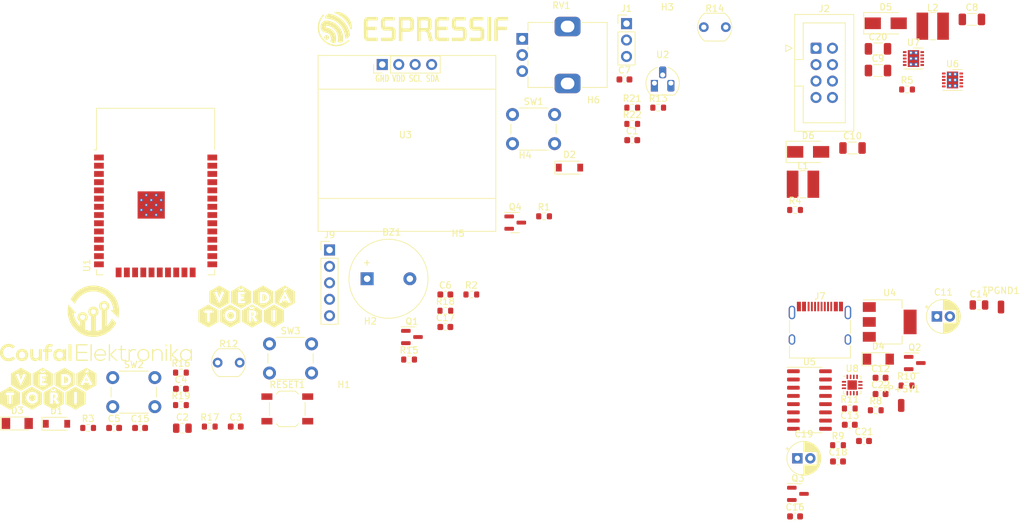
<source format=kicad_pcb>
(kicad_pcb (version 20211014) (generator pcbnew)
  (layers (0 "F.Cu" signal) (31 "B.Cu" signal) (34 "B.Paste" user) (35 "F.Paste" user) (36 "B.SilkS" user "B.Silkscreen") (37 "F.SilkS" user "F.Silkscreen") (38 "B.Mask" user) (39 "F.Mask" user) (44 "Edge.Cuts" user))
  (net 0 "")
  (net 1 "+5V")
  (net 2 "Net-(BZ1-Pad2)")
  (net 3 "+3V3")
  (net 4 "GND")
  (net 5 "/USB+Power/ESP_RST")
  (net 6 "BUTTON1")
  (net 7 "BUTTON2")
  (net 8 "BUTTON3")
  (net 9 "WARM_ANODE")
  (net 10 "LIGHT1")
  (net 11 "LIGHT2")
  (net 12 "COLD_ANODE")
  (net 13 "Net-(D5-Pad2)")
  (net 14 "Net-(D6-Pad2)")
  (net 15 "TOUCH5")
  (net 16 "TOUCH6")
  (net 17 "TOUCH7")
  (net 18 "WARM_CATHODE")
  (net 19 "/LED_Drivers/WS2812_DATA")
  (net 20 "COLD_CATHODE")
  (net 21 "Net-(J7-PadA5)")
  (net 22 "/USB+Power/D+")
  (net 23 "Net-(J7-PadA7)")
  (net 25 "Net-(J7-PadB5)")
  (net 28 "I2C_SCL")
  (net 29 "I2C_SDA")
  (net 30 "BUZZER")
  (net 31 "Net-(Q2-Pad1)")
  (net 32 "Net-(Q2-Pad2)")
  (net 33 "Net-(Q3-Pad1)")
  (net 34 "Net-(Q3-Pad2)")
  (net 35 "/USB+Power/ESP_GPIO0")
  (net 36 "Net-(Q4-Pad2)")
  (net 37 "TEMPERATURE")
  (net 38 "/USB+Power/ESP_RX")
  (net 39 "Net-(R8-Pad2)")
  (net 40 "/USB+Power/ESP_TX")
  (net 41 "Net-(R9-Pad2)")
  (net 42 "Net-(R12-Pad2)")
  (net 43 "Net-(R14-Pad2)")
  (net 44 "POTENTIOMETER")
  (net 48 "/LED_Drivers/COLD_PWM")
  (net 49 "/LED_Drivers/WARM_PWM")
  (net 50 "/USB+Power/FUSB_INT")
  (footprint "Connector_PinHeader_2.54mm:PinHeader_1x05_P2.54mm_Vertical" (layer "F.Cu") (at 140.89 103.46)
    (fp_text reference "J9" (at 0 -2.33) (layer "F.SilkS"))
    (fp_text value "Conn_01x05_Male")
    (pad "1" thru_hole rect (at 0 0) (size 1.7 1.7) (drill 1) (layers *.Cu *.Mask) (net 4 "GND"))
    (pad "2" thru_hole oval (at 0 2.54) (size 1.7 1.7) (drill 1) (layers *.Cu *.Mask) (net 28 "I2C_SCL"))
    (pad "3" thru_hole oval (at 0 5.08) (size 1.7 1.7) (drill 1) (layers *.Cu *.Mask) (net 29 "I2C_SDA"))
    (pad "4" thru_hole oval (at 0 7.62) (size 1.7 1.7) (drill 1) (layers *.Cu *.Mask) (net 3 "+3V3"))
    (pad "5" thru_hole oval (at 0 10.16) (size 1.7 1.7) (drill 1) (layers *.Cu *.Mask) (net 1 "+5V"))
  )
  (footprint "MountingHole:MountingHole_3.2mm_M3" (layer "F.Cu") (at 143.12 128.47)
    (fp_text reference "H1" (at 0 -4.2) (layer "F.SilkS"))
    (fp_text value "MountingHole")
    (pad "" np_thru_hole circle (at 0 0) (size 3.2 3.2) (drill 3.2) (layers *.Cu *.Mask))
  )
  (footprint "Resistor_SMD:R_0603_1608Metric" (layer "F.Cu") (at 221.21 127.96)
    (fp_text reference "R11" (at 0 -1.43) (layer "F.SilkS"))
    (fp_text value "12K")
    (pad "1" smd roundrect (at -0.825 0) (size 0.8 0.95) (layers "F.Cu" "F.Paste" "F.Mask") (net 33 "Net-(Q3-Pad1)"))
    (pad "2" smd roundrect (at 0.825 0) (size 0.8 0.95) (layers "F.Cu" "F.Paste" "F.Mask") (net 32 "Net-(Q2-Pad2)"))
  )
  (footprint "Button_Switch_SMD:SW_SPST_TL3342" (layer "F.Cu") (at 134.37 128.02)
    (fp_text reference "RESET1" (at 0 -3.75) (layer "F.SilkS"))
    (fp_text value "SW_SPST")
    (pad "1" smd rect (at -3.15 -1.9) (size 1.7 1) (layers "F.Cu" "F.Paste" "F.Mask") (net 4 "GND"))
    (pad "1" smd rect (at 3.15 -1.9) (size 1.7 1) (layers "F.Cu" "F.Paste" "F.Mask") (net 4 "GND"))
    (pad "2" smd rect (at 3.15 1.9) (size 1.7 1) (layers "F.Cu" "F.Paste" "F.Mask") (net 5 "/USB+Power/ESP_RST"))
    (pad "2" smd rect (at -3.15 1.9) (size 1.7 1) (layers "F.Cu" "F.Paste" "F.Mask") (net 5 "/USB+Power/ESP_RST"))
  )
  (footprint "Diode_SMD:D_MiniMELF" (layer "F.Cu") (at 92.69 130.27)
    (fp_text reference "D3" (at 0 -2) (layer "F.SilkS"))
    (fp_text value "3V3")
    (pad "1" smd rect (at -1.75 0) (size 1.3 1.7) (layers "F.Cu" "F.Paste" "F.Mask") (net 3 "+3V3"))
    (pad "2" smd rect (at 1.75 0) (size 1.3 1.7) (layers "F.Cu" "F.Paste" "F.Mask") (net 4 "GND"))
  )
  (footprint "Package_TO_SOT_SMD:SOT-23" (layer "F.Cu") (at 231.24 120.93)
    (fp_text reference "Q2" (at 0 -2.4) (layer "F.SilkS"))
    (fp_text value "S8050")
    (pad "1" smd roundrect (at -0.9375 -0.95) (size 1.475 0.6) (layers "F.Cu" "F.Paste" "F.Mask") (net 31 "Net-(Q2-Pad1)"))
    (pad "2" smd roundrect (at -0.9375 0.95) (size 1.475 0.6) (layers "F.Cu" "F.Paste" "F.Mask") (net 32 "Net-(Q2-Pad2)"))
    (pad "3" smd roundrect (at 0.9375 0) (size 1.475 0.6) (layers "F.Cu" "F.Paste" "F.Mask") (net 5 "/USB+Power/ESP_RST"))
  )
  (footprint "Diode_SMD:D_SOD-123" (layer "F.Cu") (at 177.94 90.73)
    (fp_text reference "D2" (at 0 -2) (layer "F.SilkS"))
    (fp_text value "B5819W")
    (pad "1" smd rect (at -1.65 0) (size 0.9 1.2) (layers "F.Cu" "F.Paste" "F.Mask") (net 3 "+3V3"))
    (pad "2" smd rect (at 1.65 0) (size 0.9 1.2) (layers "F.Cu" "F.Paste" "F.Mask") (net 4 "GND"))
  )
  (footprint "PaLampa_Library:Coufal_elektronika_text_30x13mm" (layer "F.Cu") (at 104.919884 115.363341)
    (fp_text reference "G1" hide)
    (fp_text value "CoufalElektronika_logo" hide)
  )
  (footprint "Connector_IDC:IDC-Header_2x04_P2.54mm_Vertical" (layer "F.Cu") (at 215.995 72.28)
    (fp_text reference "J2" (at 1.27 -6.1) (layer "F.SilkS"))
    (fp_text value "Conn_02x04_Odd_Even")
    (pad "1" thru_hole roundrect (at 0 0) (size 1.7 1.7) (drill 1) (layers *.Cu *.Mask) (roundrect_rratio 0.147059) (net 9 "WARM_ANODE"))
    (pad "2" thru_hole circle (at 2.54 0) (size 1.7 1.7) (drill 1) (layers *.Cu *.Mask) (net 18 "WARM_CATHODE"))
    (pad "3" thru_hole circle (at 0 2.54) (size 1.7 1.7) (drill 1) (layers *.Cu *.Mask) (net 4 "GND"))
    (pad "4" thru_hole circle (at 2.54 2.54) (size 1.7 1.7) (drill 1) (layers *.Cu *.Mask) (net 1 "+5V"))
    (pad "5" thru_hole circle (at 0 5.08) (size 1.7 1.7) (drill 1) (layers *.Cu *.Mask) (net 4 "GND"))
    (pad "6" thru_hole circle (at 2.54 5.08) (size 1.7 1.7) (drill 1) (layers *.Cu *.Mask) (net 19 "/LED_Drivers/WS2812_DATA"))
    (pad "7" thru_hole circle (at 0 7.62) (size 1.7 1.7) (drill 1) (layers *.Cu *.Mask) (net 12 "COLD_ANODE"))
    (pad "8" thru_hole circle (at 2.54 7.62) (size 1.7 1.7) (drill 1) (layers *.Cu *.Mask) (net 20 "COLD_CATHODE"))
  )
  (footprint "Connector_Wire:SolderWirePad_1x01_SMD_1x2mm" (layer "F.Cu") (at 229.145 127.485)
    (fp_text reference "TP+5V1" (at 0 -2.54) (layer "F.SilkS"))
    (fp_text value "TestPoint")
    (pad "1" smd roundrect (at 0 0) (size 1 2) (layers "F.Cu" "F.Paste" "F.Mask") (net 1 "+5V"))
  )
  (footprint "Package_TO_SOT_SMD:SOT-23" (layer "F.Cu") (at 153.61 116.91)
    (fp_text reference "Q1" (at 0 -2.4) (layer "F.SilkS"))
    (fp_text value "2N7002")
    (pad "1" smd roundrect (at -0.9375 -0.95) (size 1.475 0.6) (layers "F.Cu" "F.Paste" "F.Mask") (net 30 "BUZZER"))
    (pad "2" smd roundrect (at -0.9375 0.95) (size 1.475 0.6) (layers "F.Cu" "F.Paste" "F.Mask") (net 4 "GND"))
    (pad "3" smd roundrect (at 0.9375 0) (size 1.475 0.6) (layers "F.Cu" "F.Paste" "F.Mask") (net 2 "Net-(BZ1-Pad2)"))
  )
  (footprint "Capacitor_SMD:C_0603_1608Metric" (layer "F.Cu") (at 219.39 136.14)
    (fp_text reference "C18" (at 0 -1.43) (layer "F.SilkS"))
    (fp_text value "100n")
    (pad "1" smd roundrect (at -0.775 0) (size 0.9 0.95) (layers "F.Cu" "F.Paste" "F.Mask") (net 3 "+3V3"))
    (pad "2" smd roundrect (at 0.775 0) (size 0.9 0.95) (layers "F.Cu" "F.Paste" "F.Mask") (net 4 "GND"))
  )
  (footprint "Capacitor_SMD:C_0603_1608Metric" (layer "F.Cu") (at 212.76 144.63)
    (fp_text reference "C16" (at 0 -1.43) (layer "F.SilkS"))
    (fp_text value "100n")
    (pad "1" smd roundrect (at -0.775 0) (size 0.9 0.95) (layers "F.Cu" "F.Paste" "F.Mask") (net 3 "+3V3"))
    (pad "2" smd roundrect (at 0.775 0) (size 0.9 0.95) (layers "F.Cu" "F.Paste" "F.Mask") (net 4 "GND"))
  )
  (footprint "MountingHole:MountingHole_3.2mm_M3" (layer "F.Cu") (at 193.04 70.13)
    (fp_text reference "H3" (at 0 -4.2) (layer "F.SilkS"))
    (fp_text value "MountingHole")
    (pad "" np_thru_hole circle (at 0 0) (size 3.2 3.2) (drill 3.2) (layers *.Cu *.Mask))
  )
  (footprint "Resistor_SMD:R_0603_1608Metric" (layer "F.Cu") (at 153.17 120.39)
    (fp_text reference "R15" (at 0 -1.43) (layer "F.SilkS"))
    (fp_text value "10K")
    (pad "1" smd roundrect (at -0.825 0) (size 0.8 0.95) (layers "F.Cu" "F.Paste" "F.Mask") (net 43 "Net-(R14-Pad2)"))
    (pad "2" smd roundrect (at 0.825 0) (size 0.8 0.95) (layers "F.Cu" "F.Paste" "F.Mask") (net 4 "GND"))
  )
  (footprint "Capacitor_SMD:C_1206_3216Metric" (layer "F.Cu") (at 225.56 72.38)
    (fp_text reference "C20" (at 0 -1.85) (layer "F.SilkS"))
    (fp_text value "10u/50V")
    (pad "1" smd roundrect (at -1.475 0) (size 1.15 1.8) (layers "F.Cu" "F.Paste" "F.Mask") (roundrect_rratio 0.217391) (net 12 "COLD_ANODE"))
    (pad "2" smd roundrect (at 1.475 0) (size 1.15 1.8) (layers "F.Cu" "F.Paste" "F.Mask") (roundrect_rratio 0.217391) (net 4 "GND"))
  )
  (footprint "Capacitor_SMD:C_1206_3216Metric" (layer "F.Cu") (at 225.56 75.73)
    (fp_text reference "C9" (at 0 -1.85) (layer "F.SilkS"))
    (fp_text value "10u/50V")
    (pad "1" smd roundrect (at -1.475 0) (size 1.15 1.8) (layers "F.Cu" "F.Paste" "F.Mask") (roundrect_rratio 0.217391) (net 1 "+5V"))
    (pad "2" smd roundrect (at 1.475 0) (size 1.15 1.8) (layers "F.Cu" "F.Paste" "F.Mask") (roundrect_rratio 0.217391) (net 4 "GND"))
  )
  (footprint "MountingHole:MountingHole_3.2mm_M3" (layer "F.Cu") (at 160.74 105.11)
    (fp_text reference "H5" (at 0 -4.2) (layer "F.SilkS"))
    (fp_text value "MountingHole")
    (pad "" np_thru_hole circle (at 0 0) (size 3.2 3.2) (drill 3.2) (layers *.Cu *.Mask))
  )
  (footprint "Button_Switch_THT:SW_PUSH_6mm_H13mm" (layer "F.Cu") (at 107.42 123.18)
    (fp_text reference "SW2" (at 3.25 -2) (layer "F.SilkS"))
    (fp_text value "SW_SPST")
    (pad "1" thru_hole circle (at 0 0 90) (size 2 2) (drill 1.1) (layers *.Cu *.Mask) (net 4 "GND"))
    (pad "1" thru_hole circle (at 6.5 0 90) (size 2 2) (drill 1.1) (layers *.Cu *.Mask) (net 4 "GND"))
    (pad "2" thru_hole circle (at 0 4.5 90) (size 2 2) (drill 1.1) (layers *.Cu *.Mask) (net 7 "BUTTON2"))
    (pad "2" thru_hole circle (at 6.5 4.5 90) (size 2 2) (drill 1.1) (layers *.Cu *.Mask) (net 7 "BUTTON2"))
  )
  (footprint "Resistor_SMD:R_0603_1608Metric" (layer "F.Cu") (at 117.95 122.41)
    (fp_text reference "R16" (at 0 -1.43) (layer "F.SilkS"))
    (fp_text value "1K")
    (pad "1" smd roundrect (at -0.825 0) (size 0.8 0.95) (layers "F.Cu" "F.Paste" "F.Mask") (net 3 "+3V3"))
    (pad "2" smd roundrect (at 0.825 0) (size 0.8 0.95) (layers "F.Cu" "F.Paste" "F.Mask") (net 36 "Net-(Q4-Pad2)"))
  )
  (footprint "Resistor_SMD:R_0603_1608Metric" (layer "F.Cu") (at 229.97 124.41)
    (fp_text reference "R10" (at 0 -1.43) (layer "F.SilkS"))
    (fp_text value "12K")
    (pad "1" smd roundrect (at -0.825 0) (size 0.8 0.95) (layers "F.Cu" "F.Paste" "F.Mask") (net 31 "Net-(Q2-Pad1)"))
    (pad "2" smd roundrect (at 0.825 0) (size 0.8 0.95) (layers "F.Cu" "F.Paste" "F.Mask") (net 34 "Net-(Q3-Pad2)"))
  )
  (footprint "Button_Switch_THT:SW_PUSH_6mm_H13mm" (layer "F.Cu") (at 169.14 82.53)
    (fp_text reference "SW1" (at 3.25 -2) (layer "F.SilkS"))
    (fp_text value "SW_SPST")
    (pad "1" thru_hole circle (at 0 0 90) (size 2 2) (drill 1.1) (layers *.Cu *.Mask) (net 4 "GND"))
    (pad "1" thru_hole circle (at 6.5 0 90) (size 2 2) (drill 1.1) (layers *.Cu *.Mask) (net 4 "GND"))
    (pad "2" thru_hole circle (at 6.5 4.5 90) (size 2 2) (drill 1.1) (layers *.Cu *.Mask) (net 6 "BUTTON1"))
    (pad "2" thru_hole circle (at 0 4.5 90) (size 2 2) (drill 1.1) (layers *.Cu *.Mask) (net 6 "BUTTON1"))
  )
  (footprint "Resistor_SMD:R_0603_1608Metric" (layer "F.Cu") (at 174.01 98.26)
    (fp_text reference "R1" (at 0 -1.43) (layer "F.SilkS"))
    (fp_text value "10K")
    (pad "1" smd roundrect (at -0.825 0) (size 0.8 0.95) (layers "F.Cu" "F.Paste" "F.Mask") (net 30 "BUZZER"))
    (pad "2" smd roundrect (at 0.825 0) (size 0.8 0.95) (layers "F.Cu" "F.Paste" "F.Mask") (net 4 "GND"))
  )
  (footprint "Diode_SMD:D_SMA" (layer "F.Cu") (at 214.78 88.3)
    (fp_text reference "D6" (at 0 -2.5) (layer "F.SilkS"))
    (fp_text value "SS54")
    (pad "1" smd rect (at -2 0) (size 2.5 1.8) (layers "F.Cu" "F.Paste" "F.Mask") (net 12 "COLD_ANODE"))
    (pad "2" smd rect (at 2 0) (size 2.5 1.8) (layers "F.Cu" "F.Paste" "F.Mask") (net 14 "Net-(D6-Pad2)"))
  )
  (footprint "Capacitor_SMD:C_0603_1608Metric" (layer "F.Cu") (at 221.21 130.47)
    (fp_text reference "C13" (at 0 -1.43) (layer "F.SilkS"))
    (fp_text value "10u")
    (pad "1" smd roundrect (at -0.775 0) (size 0.9 0.95) (layers "F.Cu" "F.Paste" "F.Mask") (net 3 "+3V3"))
    (pad "2" smd roundrect (at 0.775 0) (size 0.9 0.95) (layers "F.Cu" "F.Paste" "F.Mask") (net 4 "GND"))
  )
  (footprint "Connector_Wire:SolderWirePad_1x01_SMD_1x2mm" (layer "F.Cu") (at 244.555 112.275)
    (fp_text reference "TPGND1" (at 0 -2.54) (layer "F.SilkS"))
    (fp_text value "TestPoint")
    (pad "1" smd roundrect (at 0 0) (size 1 2) (layers "F.Cu" "F.Paste" "F.Mask") (net 4 "GND"))
  )
  (footprint "Connector_PinHeader_2.54mm:PinHeader_1x03_P2.54mm_Vertical" (layer "F.Cu") (at 186.74 68.48)
    (fp_text reference "J1" (at 0 -2.33) (layer "F.SilkS"))
    (fp_text value "Conn_01x03_Male")
    (pad "1" thru_hole rect (at 0 0) (size 1.7 1.7) (drill 1) (layers *.Cu *.Mask) (net 15 "TOUCH5"))
    (pad "2" thru_hole oval (at 0 2.54) (size 1.7 1.7) (drill 1) (layers *.Cu *.Mask) (net 16 "TOUCH6"))
    (pad "3" thru_hole oval (at 0 5.08) (size 1.7 1.7) (drill 1) (layers *.Cu *.Mask) (net 17 "TOUCH7"))
  )
  (footprint "PaLampa_Library:Vedatori_15mm" (layer "F.Cu") (at 97.447777 124.909385)
    (fp_text reference "G3" hide)
    (fp_text value "Vedatori_logo" hide)
  )
  (footprint "Capacitor_SMD:C_0805_2012Metric" (layer "F.Cu") (at 118.17 131)
    (fp_text reference "C2" (at 0 -1.68) (layer "F.SilkS"))
    (fp_text value "10u")
    (pad "1" smd roundrect (at -0.95 0) (size 1 1.45) (layers "F.Cu" "F.Paste" "F.Mask") (net 3 "+3V3"))
    (pad "2" smd roundrect (at 0.95 0) (size 1 1.45) (layers "F.Cu" "F.Paste" "F.Mask") (net 4 "GND"))
  )
  (footprint "PaLampa_Library:DFN-10-1EP_3x3mm_P0.5mm_EP1.75x2.6mm" (layer "F.Cu") (at 237.07 77.19)
    (fp_text reference "U6" (at 0 -2.475) (layer "F.SilkS"))
    (fp_text value "SY7203")
    (pad "1" smd rect (at -1.35 -1) (size 0.55 0.3) (layers "F.Cu" "F.Paste" "F.Mask"))
    (pad "2" smd rect (at -1.35 -0.5) (size 0.55 0.3) (layers "F.Cu" "F.Paste" "F.Mask") (net 18 "WARM_CATHODE"))
    (pad "3" smd rect (at -1.35 0) (size 0.55 0.3) (layers "F.Cu" "F.Paste" "F.Mask"))
    (pad "4" smd rect (at -1.35 0.5) (size 0.55 0.3) (layers "F.Cu" "F.Paste" "F.Mask") (net 13 "Net-(D5-Pad2)"))
    (pad "5" smd rect (at -1.35 1) (size 0.55 0.3) (layers "F.Cu" "F.Paste" "F.Mask") (net 13 "Net-(D5-Pad2)"))
    (pad "6" smd rect (at 1.35 1) (size 0.55 0.3) (layers "F.Cu" "F.Paste" "F.Mask"))
    (pad "7" smd rect (at 1.35 0.5) (size 0.55 0.3) (layers "F.Cu" "F.Paste" "F.Mask") (net 1 "+5V"))
    (pad "8" smd rect (at 1.35 0) (size 0.55 0.3) (layers "F.Cu" "F.Paste" "F.Mask") (net 9 "WARM_ANODE"))
    (pad "9" smd rect (at 1.35 -0.5) (size 0.55 0.3) (layers "F.Cu" "F.Paste" "F.Mask") (net 49 "/LED_Drivers/WARM_PWM"))
    (pad "10" smd rect (at 1.35 -1) (size 0.55 0.3) (layers "F.Cu" "F.Paste" "F.Mask"))
    (pad "11" thru_hole circle (at 0.4 -0.9) (size 0.6 0.6) (drill 0.3) (layers *.Cu *.Mask) (net 4 "GND"))
    (pad "11" thru_hole circle (at -0.4 0.9) (size 0.6 0.6) (drill 0.3) (layers *.Cu *.Mask) (net 4 "GND"))
    (pad "11" thru_hole circle (at -0.4 0) (size 0.6 0.6) (drill 0.3) (layers *.Cu *.Mask) (net 4 "GND"))
    (pad "11" thru_hole circle (at 0.4 0.9) (size 0.6 0.6) (drill 0.3) (layers *.Cu *.Mask) (net 4 "GND"))
    (pad "11" smd rect (at 0 0) (size 1.75 2.6) (layers "F.Cu" "F.Mask") (net 4 "GND"))
    (pad "11" thru_hole circle (at -0.4 -0.9) (size 0.6 0.6) (drill 0.3) (layers *.Cu *.Mask) (net 4 "GND"))
    (pad "11" thru_hole circle (at 0.4 0) (size 0.6 0.6) (drill 0.3) (layers *.Cu *.Mask) (net 4 "GND"))
  )
  (footprint "Diode_SMD:D_SOD-123" (layer "F.Cu") (at 98.74 130.32)
    (fp_text reference "D1" (at 0 -2) (layer "F.SilkS"))
    (fp_text value "B5819W")
    (pad "1" smd rect (at -1.65 0) (size 0.9 1.2) (layers "F.Cu" "F.Paste" "F.Mask") (net 1 "+5V"))
    (pad "2" smd rect (at 1.65 0) (size 0.9 1.2) (layers "F.Cu" "F.Paste" "F.Mask") (net 2 "Net-(BZ1-Pad2)"))
  )
  (footprint "Diode_SMD:D_MiniMELF" (layer "F.Cu") (at 225.62 120.33)
    (fp_text reference "D4" (at 0 -2) (layer "F.SilkS"))
    (fp_text value "5V6")
    (pad "1" smd rect (at -1.75 0) (size 1.3 1.7) (layers "F.Cu" "F.Paste" "F.Mask") (net 1 "+5V"))
    (pad "2" smd rect (at 1.75 0) (size 1.3 1.7) (layers "F.Cu" "F.Paste" "F.Mask") (net 4 "GND"))
  )
  (footprint "Package_TO_SOT_THT:TO-92_HandSolder" (layer "F.Cu") (at 191.05 77.68)
    (fp_text reference "U2" (at 1.27 -4.4) (layer "F.SilkS"))
    (fp_text value "DS18B20")
    (pad "1" thru_hole rect (at 0 0) (size 1.1 1.8) (drill 0.75 (offset 0 0.4)) (layers *.Cu *.Mask) (net 4 "GND"))
    (pad "2" thru_hole roundrect (at 1.27 -1.27) (size 1.1 1.8) (drill 0.75 (offset 0 -0.4)) (layers *.Cu *.Mask) (net 37 "TEMPERATURE"))
    (pad "3" thru_hole roundrect (at 2.54 0) (size 1.1 1.8) (drill 0.75 (offset 0 0.4)) (layers *.Cu *.Mask) (net 3 "+3V3"))
  )
  (footprint "Resistor_SMD:R_0603_1608Metric" (layer "F.Cu") (at 187.62 83.98)
    (fp_text reference "R22" (at 0 -1.43) (layer "F.SilkS"))
    (fp_text value "100K")
    (pad "1" smd roundrect (at -0.825 0) (size 0.8 0.95) (layers "F.Cu" "F.Paste" "F.Mask") (net 43 "Net-(R14-Pad2)"))
    (pad "2" smd roundrect (at 0.825 0) (size 0.8 0.95) (layers "F.Cu" "F.Paste" "F.Mask") (net 11 "LIGHT2"))
  )
  (footprint "PaLampa_Library:DFN-10-1EP_3x3mm_P0.5mm_EP1.75x2.6mm" (layer "F.Cu") (at 231.04 73.88)
    (fp_text reference "U7" (at 0 -2.475) (layer "F.SilkS"))
    (fp_text value "SY7203")
    (pad "1" smd rect (at -1.35 -1) (size 0.55 0.3) (layers "F.Cu" "F.Paste" "F.Mask"))
    (pad "2" smd rect (at -1.35 -0.5) (size 0.55 0.3) (layers "F.Cu" "F.Paste" "F.Mask") (net 20 "COLD_CATHODE"))
    (pad "3" smd rect (at -1.35 0) (size 0.55 0.3) (layers "F.Cu" "F.Paste" "F.Mask"))
    (pad "4" smd rect (at -1.35 0.5) (size 0.55 0.3) (layers "F.Cu" "F.Paste" "F.Mask") (net 14 "Net-(D6-Pad2)"))
    (pad "5" smd rect (at -1.35 1) (size 0.55 0.3) (layers "F.Cu" "F.Paste" "F.Mask") (net 14 "Net-(D6-Pad2)"))
    (pad "6" smd rect (at 1.35 1) (size 0.55 0.3) (layers "F.Cu" "F.Paste" "F.Mask"))
    (pad "7" smd rect (at 1.35 0.5) (size 0.55 0.3) (layers "F.Cu" "F.Paste" "F.Mask") (net 1 "+5V"))
    (pad "8" smd rect (at 1.35 0) (size 0.55 0.3) (layers "F.Cu" "F.Paste" "F.Mask") (net 12 "COLD_ANODE"))
    (pad "9" smd rect (at 1.35 -0.5) (size 0.55 0.3) (layers "F.Cu" "F.Paste" "F.Mask") (net 48 "/LED_Drivers/COLD_PWM"))
    (pad "10" smd rect (at 1.35 -1) (size 0.55 0.3) (layers "F.Cu" "F.Paste" "F.Mask"))
    (pad "11" smd rect (at 0 0) (size 1.75 2.6) (layers "F.Cu" "F.Mask") (net 4 "GND"))
    (pad "11" thru_hole circle (at -0.4 -0.9) (size 0.6 0.6) (drill 0.3) (layers *.Cu *.Mask) (net 4 "GND"))
    (pad "11" thru_hole circle (at 0.4 0) (size 0.6 0.6) (drill 0.3) (layers *.Cu *.Mask) (net 4 "GND"))
    (pad "11" thru_hole circle (at -0.4 0.9) (size 0.6 0.6) (drill 0.3) (layers *.Cu *.Mask) (net 4 "GND"))
    (pad "11" thru_hole circle (at -0.4 0) (size 0.6 0.6) (drill 0.3) (layers *.Cu *.Mask) (net 4 "GND"))
    (pad "11" thru_hole circle (at 0.4 0.9) (size 0.6 0.6) (drill 0.3) (layers *.Cu *.Mask) (net 4 "GND"))
    (pad "11" thru_hole circle (at 0.4 -0.9) (size 0.6 0.6) (drill 0.3) (layers *.Cu *.Mask) (net 4 "GND"))
  )
  (footprint "Capacitor_THT:CP_Radial_D5.0mm_P2.00mm" (layer "F.Cu") (at 234.659775 113.73)
    (fp_text reference "C11" (at 1 -3.75) (layer "F.SilkS"))
    (fp_text value "100u")
    (pad "1" thru_hole rect (at 0 0) (size 1.6 1.6) (drill 0.8) (layers *.Cu *.Mask) (net 1 "+5V"))
    (pad "2" thru_hole circle (at 2 0) (size 1.6 1.6) (drill 0.8) (layers *.Cu *.Mask) (net 4 "GND"))
  )
  (footprint "Resistor_SMD:R_0603_1608Metric" (layer "F.Cu") (at 117.95 127.43)
    (fp_text reference "R19" (at 0 -1.43) (layer "F.SilkS"))
    (fp_text value "10K")
    (pad "1" smd roundrect (at -0.825 0) (size 0.8 0.95) (layers "F.Cu" "F.Paste" "F.Mask") (net 3 "+3V3"))
    (pad "2" smd roundrect (at 0.825 0) (size 0.8 0.95) (layers "F.Cu" "F.Paste" "F.Mask") (net 29 "I2C_SDA"))
  )
  (footprint "Resistor_SMD:R_0603_1608Metric" (layer "F.Cu") (at 187.62 81.47)
    (fp_text reference "R21" (at 0 -1.43) (layer "F.SilkS"))
    (fp_text value "100K")
    (pad "1" smd roundrect (at -0.825 0) (size 0.8 0.95) (layers "F.Cu" "F.Paste" "F.Mask") (net 42 "Net-(R12-Pad2)"))
    (pad "2" smd roundrect (at 0.825 0) (size 0.8 0.95) (layers "F.Cu" "F.Paste" "F.Mask") (net 10 "LIGHT1"))
  )
  (footprint "OptoDevice:R_LDR_5.1x4.3mm_P3.4mm_Vertical" (layer "F.Cu") (at 198.67 69.03)
    (fp_text reference "R14" (at 1.7 -2.9) (layer "F.SilkS"))
    (fp_text value "R_Photo")
    (pad "1" thru_hole circle (at 0 0) (size 1.5 1.5) (drill 0.8) (layers *.Cu *.Mask) (net 3 "+3V3"))
    (pad "2" thru_hole circle (at 3.4 0) (size 1.5 1.5) (drill 0.8) (layers *.Cu *.Mask) (net 43 "Net-(R14-Pad2)"))
  )
  (footprint "Resistor_SMD:R_0603_1608Metric" (layer "F.Cu") (at 103.62 130.96)
    (fp_text reference "R3" (at 0 -1.43) (layer "F.SilkS"))
    (fp_text value "4K7")
    (pad "1" smd roundrect (at -0.825 0) (size 0.8 0.95) (layers "F.Cu" "F.Paste" "F.Mask") (net 3 "+3V3"))
    (pad "2" smd roundrect (at 0.825 0) (size 0.8 0.95) (layers "F.Cu" "F.Paste" "F.Mask") (net 37 "TEMPERATURE"))
  )
  (footprint "Package_TO_SOT_SMD:SOT-223-3_TabPin2" (layer "F.Cu") (at 227.37 114.58)
    (fp_text reference "U4" (at 0 -4.5) (layer "F.SilkS"))
    (fp_text value "AMS1117-3.3")
    (pad "1" smd rect (at -3.15 -2.3) (size 2 1.5) (layers "F.Cu" "F.Paste" "F.Mask") (net 4 "GND"))
    (pad "2" smd rect (at 3.15 0) (size 2 3.8) (layers "F.Cu" "F.Paste" "F.Mask") (net 3 "+3V3"))
    (pad "2" smd rect (at -3.15 0) (size 2 1.5) (layers "F.Cu" "F.Paste" "F.Mask") (net 3 "+3V3"))
    (pad "3" smd rect (at -3.15 2.3) (size 2 1.5) (layers "F.Cu" "F.Paste" "F.Mask") (net 1 "+5V"))
  )
  (footprint "PaLampa_Library:Espressif_logo_30mm" (layer "F.Cu") (at 153.76414 69.310791)
    (fp_text reference "G5" hide)
    (fp_text value "Espressif_logo" hide)
  )
  (footprint "Capacitor_SMD:C_0805_2012Metric" (layer "F.Cu") (at 241.15 111.96)
    (fp_text reference "C14" (at 0 -1.68) (layer "F.SilkS"))
    (fp_text value "10u")
    (pad "1" smd roundrect (at -0.95 0) (size 1 1.45) (layers "F.Cu" "F.Paste" "F.Mask") (net 1 "+5V"))
    (pad "2" smd roundrect (at 0.95 0) (size 1 1.45) (layers "F.Cu" "F.Paste" "F.Mask") (net 4 "GND"))
  )
  (footprint "Button_Switch_THT:SW_PUSH_6mm_H13mm" (layer "F.Cu") (at 131.62 117.97)
    (fp_text reference "SW3" (at 3.25 -2) (layer "F.SilkS"))
    (fp_text value "SW_SPST")
    (pad "1" thru_hole circle (at 0 0 90) (size 2 2) (drill 1.1) (layers *.Cu *.Mask) (net 4 "GND"))
    (pad "1" thru_hole circle (at 6.5 0 90) (size 2 2) (drill 1.1) (layers *.Cu *.Mask) (net 4 "GND"))
    (pad "2" thru_hole circle (at 0 4.5 90) (size 2 2) (drill 1.1) (layers *.Cu *.Mask) (net 8 "BUTTON3"))
    (pad "2" thru_hole circle (at 6.5 4.5 90) (size 2 2) (drill 1.1) (layers *.Cu *.Mask) (net 8 "BUTTON3"))
  )
  (footprint "Package_TO_SOT_SMD:SOT-23" (layer "F.Cu") (at 213.2 141.15)
    (fp_text reference "Q3" (at 0 -2.4) (layer "F.SilkS"))
    (fp_text value "S8050")
    (pad "1" smd roundrect (at -0.9375 -0.95) (size 1.475 0.6) (layers "F.Cu" "F.Paste" "F.Mask") (net 33 "Net-(Q3-Pad1)"))
    (pad "2" smd roundrect (at -0.9375 0.95) (size 1.475 0.6) (layers "F.Cu" "F.Paste" "F.Mask") (net 34 "Net-(Q3-Pad2)"))
    (pad "3" smd roundrect (at 0.9375 0) (size 1.475 0.6) (layers "F.Cu" "F.Paste" "F.Mask") (net 35 "/USB+Power/ESP_GPIO0"))
  )
  (footprint "PaLampa_Library:L_Cenker_CKCS5040" (layer "F.Cu") (at 234.01 68.88)
    (fp_text reference "L2" (at 0 -2.85) (layer "F.SilkS"))
    (fp_text value "6u8")
    (pad "1" smd rect (at -1.6 0) (size 1.8 4.2) (layers "F.Cu" "F.Paste" "F.Mask") (net 1 "+5V"))
    (pad "2" smd rect (at 1.6 0) (size 1.8 4.2) (layers "F.Cu" "F.Paste" "F.Mask") (net 14 "Net-(D6-Pad2)"))
  )
  (footprint "Package_DFN_QFN:WQFN-14-1EP_2.5x2.5mm_P0.5mm_EP1.45x1.45mm" (layer "F.Cu") (at 221.58 124.33)
    (fp_text reference "U8" (at 0 -2.55) (layer "F.SilkS"))
    (fp_text value "FUSB302BMPX")
    (pad "1" smd roundrect (at -1.2625 -0.5) (size 0.675 0.25) (layers "F.Cu" "F.Paste" "F.Mask") (net 25 "Net-(J7-PadB5)"))
    (pad "2" smd roundrect (at -1.2625 0) (size 0.675 0.25) (layers "F.Cu" "F.Paste" "F.Mask") (net 1 "+5V"))
    (pad "3" smd roundrect (at -1.2625 0.5) (size 0.675 0.25) (layers "F.Cu" "F.Paste" "F.Mask") (net 3 "+3V3"))
    (pad "4" smd roundrect (at -0.75 1.2625) (size 0.25 0.675) (layers "F.Cu" "F.Paste" "F.Mask") (net 3 "+3V3"))
    (pad "5" smd roundrect (at -0.25 1.2625) (size 0.25 0.675) (layers "F.Cu" "F.Paste" "F.Mask") (net 50 "/USB+Power/FUSB_INT"))
    (pad "6" smd roundrect (at 0.25 1.2625) (size 0.25 0.675) (layers "F.Cu" "F.Paste" "F.Mask") (net 28 "I2C_SCL"))
    (pad "7" smd roundrect (at 0.75 1.2625) (size 0.25 0.675) (layers "F.Cu" "F.Paste" "F.Mask") (net 29 "I2C_SDA"))
    (pad "8" smd roundrect (at 1.2625 0.5) (size 0.675 0.25) (layers "F.Cu" "F.Paste" "F.Mask") (net 4 "GND"))
    (pad "9" smd roundrect (at 1.2625 0) (size 0.675 0.25) (layers "F.Cu" "F.Paste" "F.Mask") (net 4 "GND"))
    (pad "10" smd roundrect (at 1.2625 -0.5) (size 0.675 0.25) (layers "F.Cu" "F.Paste" "F.Mask") (net 21 "Net-(J7-PadA5)"))
    (pad "11" smd roundrect (at 0.75 -1.2625) (size 0.25 0.675) (layers "F.Cu" "F.Paste" "F.Mask") (net 21 "Net-(J7-PadA5)"))
    (pad "12" smd roundrect (at 0.25 -1.2625) (size 0.25 0.675) (layers "F.Cu" "F.Paste" "F.Mask"))
    (pad "13" smd roundrect (at -0.25 -1.2625) (size 0.25 0.675) (layers "F.Cu" "F.Paste" "F.Mask"))
    (pad "14" smd roundrect (at -0.75 -1.2625) (size 0.25 0.675) (layers "F.Cu" "F.Paste" "F.Mask") (net 25 "Net-(J7-PadB5)"))
    (pad "15" smd rect (at 0 0) (size 1.45 1.45) (layers "F.Cu" "F.Mask") (net 4 "GND"))
  )
  (footprint "Capacitor_SMD:C_0603_1608Metric" (layer "F.Cu") (at 158.77 110.34)
    (fp_text reference "C6" (at 0 -1.43) (layer "F.SilkS"))
    (fp_text value "100n")
    (pad "1" smd roundrect (at -0.775 0) (size 0.9 0.95) (layers "F.Cu" "F.Paste" "F.Mask") (net 4 "GND"))
    (pad "2" smd roundrect (at 0.775 0) (size 0.9 0.95) (layers "F.Cu" "F.Paste" "F.Mask") (net 8 "BUTTON3"))
  )
  (footprint "Capacitor_SMD:C_0603_1608Metric" (layer "F.Cu") (at 111.64 130.96)
    (fp_text reference "C15" (at 0 -1.43) (layer "F.SilkS"))
    (fp_text value "1u")
    (pad "1" smd roundrect (at -0.775 0) (size 0.9 0.95) (layers "F.Cu" "F.Paste" "F.Mask") (net 4 "GND"))
    (pad "2" smd roundrect (at 0.775 0) (size 0.9 0.95) (layers "F.Cu" "F.Paste" "F.Mask") (net 10 "LIGHT1"))
  )
  (footprint "Capacitor_SMD:C_1206_3216Metric" (layer "F.Cu") (at 221.63 87.7)
    (fp_text reference "C10" (at 0 -1.85) (layer "F.SilkS"))
    (fp_text value "10u/50V")
    (pad "1" smd roundrect (at -1.475 0) (size 1.15 1.8) (layers "F.Cu" "F.Paste" "F.Mask") (roundrect_rratio 0.217391) (net 9 "WARM_ANODE"))
    (pad "2" smd roundrect (at 1.475 0) (size 1.15 1.8) (layers "F.Cu" "F.Paste" "F.Mask") (roundrect_rratio 0.217391) (net 4 "GND"))
  )
  (footprint "Connector_USB:USB_C_Receptacle_HRO_TYPE-C-31-M-12" (layer "F.Cu") (at 216.6 116.25)
    (fp_text reference "J7" (at 0 -5.645) (layer "F.SilkS"))
    (fp_text value "918-418K2023S40001")
    (pad "" np_thru_hole circle (at -2.89 -2.6) (size 0.65 0.65) (drill 0.65) (layers *.Cu *.Mask))
    (pad "" np_thru_hole circle (at 2.89 -2.6) (size 0.65 0.65) (drill 0.65) (layers *.Cu *.Mask))
    (pad "A1" smd rect (at -3.25 -4.045) (size 0.6 1.45) (layers "F.Cu" "F.Paste" "F.Mask") (net 4 "GND"))
    (pad "A4" smd rect (at -2.45 -4.045) (size 0.6 1.45) (layers "F.Cu" "F.Paste" "F.Mask") (net 1 "+5V"))
    (pad "A5" smd rect (at -1.25 -4.045) (size 0.3 1.45) (layers "F.Cu" "F.Paste" "F.Mask") (net 21 "Net-(J7-PadA5)"))
    (pad "A6" smd rect (at -0.25 -4.045) (size 0.3 1.45) (layers "F.Cu" "F.Paste" "F.Mask") (net 22 "/USB+Power/D+"))
    (pad "A7" smd rect (at 0.25 -4.045) (size 0.3 1.45) (layers "F.Cu" "F.Paste" "F.Mask") (net 23 "Net-(J7-PadA7)"))
    (pad "A8" smd rect (at 1.25 -4.045) (size 0.3 1.45) (layers "F.Cu" "F.Paste" "F.Mask"))
    (pad "A9" smd rect (at 2.45 -4.045) (size 0.6 1.45) (layers "F.Cu" "F.Paste" "F.Mask") (net 1 "+5V"))
    (pad "A12" smd rect (at 3.25 -4.045) (size 0.6 1.45) (layers "F.Cu" "F.Paste" "F.Mask") (net 4 "GND"))
    (pad "B1" smd rect (at 3.25 -4.045) (size 0.6 1.45) (layers "F.Cu" "F.Paste" "F.Mask") (net 4 "GND"))
    (pad "B4" smd rect (at 2.45 -4.045) (size 0.6 1.45) (layers "F.Cu" "F.Paste" "F.Mask") (net 1 "+5V"))
    (pad "B5" smd rect (at 1.75 -4.045) (size 0.3 1.45) (layers "F.Cu" "F.Paste" "F.Mask") (net 25 "Net-(J7-PadB5)"))
    (pad "B6" smd rect (at 0.75 -4.045) (size 0.3 1.45) (layers "F.Cu" "F.Paste" "F.Mask") (net 22 "/USB+Power/D+"))
    (pad "B7" smd rect (at -0.75 -4.045) (size 0.3 1.45) (layers "F.Cu" "F.Paste" "F.Mask") (net 23 "Net-(J7-PadA7)"))
    (pad "B8" smd rect (at -1.75 -4.045) (size 0.3 1.45) (layers "F.Cu" "F.Paste" "F.Mask"))
    (pad "B9" smd rect (at -2.45 -4.045) (size 0.6 1.45) (layers "F.Cu" "F.Paste" "F.Mask") (net 1 "+5V"))
    (pad "B12" smd rect (at -3.25 -4.045) (size 0.6 1.45) (layers "F.Cu" "F.Paste" "F.Mask") (net 4 "GND"))
    (pad "S1" thru_hole oval (at -4.32 -3.13) (size 1 2.1) (drill oval 0.6 1.7) (layers *.Cu *.Mask))
    (pad "S1" thru_hole oval (at 4.32 1.05) (size 1 1.6) (drill oval 0.6 1.2) (layers *.Cu *.Mask))
    (pad "S1" thru_hole oval (at -4.32 1.05) (size 1 1.6) (drill oval 0.6 1.2) (layers *.Cu *.Mask))
    (pad "S1" thru_hole oval (at 4.32 -3.13) (size 1 2.1) (drill oval 0.6 1.7) (layers *.Cu *.Mask))
  )
  (footprint "Capacitor_SMD:C_0603_1608Metric" (layer "F.Cu") (at 187.62 86.49)
    (fp_text reference "C1" (at 0 -1.43) (layer "F.SilkS"))
    (fp_text value "100n")
    (pad "1" smd roundrect (at -0.775 0) (size 0.9 0.95) (layers "F.Cu" "F.Paste" "F.Mask") (net 3 "+3V3"))
    (pad "2" smd roundrect (at 0.775 0) (size 0.9 0.95) (layers "F.Cu" "F.Paste" "F.Mask") (net 4 "GND"))
  )
  (footprint "Capacitor_SMD:C_0603_1608Metric" (layer "F.Cu") (at 126.41 130.75)
    (fp_text reference "C3" (at 0 -1.43) (layer "F.SilkS"))
    (fp_text value "1u")
    (pad "1" smd roundrect (at -0.775 0) (size 0.9 0.95) (layers "F.Cu" "F.Paste" "F.Mask") (net 4 "GND"))
    (pad "2" smd roundrect (at 0.775 0) (size 0.9 0.95) (layers "F.Cu" "F.Paste" "F.Mask") (net 5 "/USB+Power/ESP_RST"))
  )
  (footprint "Resistor_SMD:R_0603_1608Metric" (layer "F.Cu") (at 162.78 110.34)
    (fp_text reference "R2" (at 0 -1.43) (layer "F.SilkS"))
    (fp_text value "10K")
    (pad "1" smd roundrect (at -0.825 0) (size 0.8 0.95) (layers "F.Cu" "F.Paste" "F.Mask") (net 3 "+3V3"))
    (pad "2" smd roundrect (at 0.825 0) (size 0.8 0.95) (layers "F.Cu" "F.Paste" "F.Mask") (net 5 "/USB+Power/ESP_RST"))
  )
  (footprint "MountingHole:MountingHole_3.2mm_M3" (layer "F.Cu") (at 171.09 93.03)
    (fp_text reference "H4" (at 0 -4.2) (layer "F.SilkS"))
    (fp_text value "MountingHole")
    (pad "" np_thru_hole circle (at 0 0) (size 3.2 3.2) (drill 3.2) (layers *.Cu *.Mask))
  )
  (footprint "OptoDevice:R_LDR_5.1x4.3mm_P3.4mm_Vertical" (layer "F.Cu") (at 123.62 120.87)
    (fp_text reference "R12" (at 1.7 -2.9) (layer "F.SilkS"))
    (fp_text value "R_Photo")
    (pad "1" thru_hole circle (at 0 0) (size 1.5 1.5) (drill 0.8) (layers *.Cu *.Mask) (net 3 "+3V3"))
    (pad "2" thru_hole circle (at 3.4 0) (size 1.5 1.5) (drill 0.8) (layers *.Cu *.Mask) (net 42 "Net-(R12-Pad2)"))
  )
  (footprint "Capacitor_SMD:C_0603_1608Metric" (layer "F.Cu") (at 107.63 130.96)
    (fp_text reference "C5" (at 0 -1.43) (layer "F.SilkS"))
    (fp_text value "100n")
    (pad "1" smd roundrect (at -0.775 0) (size 0.9 0.95) (layers "F.Cu" "F.Paste" "F.Mask") (net 4 "GND"))
    (pad "2" smd roundrect (at 0.775 0) (size 0.9 0.95) (layers "F.Cu" "F.Paste" "F.Mask") (net 7 "BUTTON2"))
  )
  (footprint "Package_SO:SOIC-16_3.9x9.9mm_P1.27mm" (layer "F.Cu") (at 214.98 126.65)
    (fp_text reference "U5" (at 0 -5.9) (layer "F.SilkS"))
    (fp_text value "CH340G")
    (pad "1" smd roundrect (at -2.475 -4.445) (size 1.95 0.6) (layers "F.Cu" "F.Paste" "F.Mask") (net 4 "GND"))
    (pad "2" smd roundrect (at -2.475 -3.175) (size 1.95 0.6) (layers "F.Cu" "F.Paste" "F.Mask") (net 39 "Net-(R8-Pad2)"))
    (pad "3" smd roundrect (at -2.475 -1.905) (size 1.95 0.6) (layers "F.Cu" "F.Paste" "F.Mask") (net 41 "Net-(R9-Pad2)"))
    (pad "4" smd roundrect (at -2.475 -0.635) (size 1.95 0.6) (layers "F.Cu" "F.Paste" "F.Mask") (net 3 "+3V3"))
    (pad "5" smd roundrect (at -2.475 0.635) (size 1.95 0.6) (layers "F.Cu" "F.Paste" "F.Mask") (net 22 "/USB+Power/D+"))
    (pad "6" smd roundrect (at -2.475 1.905) (size 1.95 0.6) (layers "F.Cu" "F.Paste" "F.Mask") (net 23 "Net-(J7-PadA7)"))
    (pad "7" smd roundrect (at -2.475 3.175) (size 1.95 0.6) (layers "F.Cu" "F.Paste" "F.Mask"))
    (pad "8" smd roundrect (at -2.475 4.445) (size 1.95 0.6) (layers "F.Cu" "F.Paste" "F.Mask"))
    (pad "9" smd roundrect (at 2.475 4.445) (size 1.95 0.6) (layers "F.Cu" "F.Paste" "F.Mask"))
    (pad "10" smd roundrect (at 2.475 3.175) (size 1.95 0.6) (layers "F.Cu" "F.Paste" "F.Mask"))
    (pad "11" smd roundrect (at 2.475 1.905) (size 1.95 0.6) (layers "F.Cu" "F.Paste" "F.Mask"))
    (pad "12" smd roundrect (at 2.475 0.635) (size 1.95 0.6) (layers "F.Cu" "F.Paste" "F.Mask"))
    (pad "13" smd roundrect (at 2.475 -0.635) (size 1.95 0.6) (layers "F.Cu" "F.Paste" "F.Mask") (net 34 "Net-(Q3-Pad2)"))
    (pad "14" smd roundrect (at 2.475 -1.905) (size 1.95 0.6) (layers "F.Cu" "F.Paste" "F.Mask") (net 32 "Net-(Q2-Pad2)"))
    (pad "15" smd roundrect (at 2.475 -3.175) (size 1.95 0.6) (layers "F.Cu" "F.Paste" "F.Mask"))
    (pad "16" smd roundrect (at 2.475 -4.445) (size 1.95 0.6) (layers "F.Cu" "F.Paste" "F.Mask") (net 3 "+3V3"))
  )
  (footprint "Resistor_SMD:R_0603_1608Metric" (layer "F.Cu") (at 158.77 112.85)
    (fp_text reference "R18" (at 0 -1.43) (layer "F.SilkS"))
    (fp_text value "10K")
    (pad "1" smd roundrect (at -0.825 0) (size 0.8 0.95) (layers "F.Cu" "F.Paste" "F.Mask") (net 3 "+3V3"))
    (pad "2" smd roundrect (at 0.825 0) (size 0.8 0.95) (layers "F.Cu" "F.Paste" "F.Mask") (net 28 "I2C_SCL"))
  )
  (footprint "Capacitor_SMD:C_0603_1608Metric" (layer "F.Cu") (at 225.96 123.21)
    (fp_text reference "C12" (at 0 -1.43) (layer "F.SilkS"))
    (fp_text value "100n")
    (pad "1" smd roundrect (at -0.775 0) (size 0.9 0.95) (layers "F.Cu" "F.Paste" "F.Mask") (net 1 "+5V"))
    (pad "2" smd roundrect (at 0.775 0) (size 0.9 0.95) (layers "F.Cu" "F.Paste" "F.Mask") (net 4 "GND"))
  )
  (footprint "Potentiometer_THT:Potentiometer_Alps_RK09K_Single_Vertical" (layer "F.Cu") (at 170.64 70.83)
    (fp_text reference "RV1" (at 6.05 -5.15) (layer "F.SilkS"))
    (fp_text value "R_Potentiometer")
    (pad "1" thru_hole rect (at 0 0) (size 1.8 1.8) (drill 1) (layers *.Cu *.Mask) (net 3 "+3V3"))
    (pad "2" thru_hole circle (at 0 2.5) (size 1.8 1.8) (drill 1) (layers *.Cu *.Mask) (net 44 "POTENTIOMETER"))
    (pad "3" thru_hole circle (at 0 5) (size 1.8 1.8) (drill 1) (layers *.Cu *.Mask) (net 4 "GND"))
    (pad "MP" thru_hole roundrect (at 7 6.9) (size 4 3) (drill oval 2.1 1.8) (layers *.Cu *.Mask))
    (pad "MP" thru_hole roundrect (at 7 -1.9) (size 4 3) (drill oval 2.1 1.8) (layers *.Cu *.Mask))
  )
  (footprint "Capacitor_SMD:C_0603_1608Metric" (layer "F.Cu") (at 186.42 77.11)
    (fp_text reference "C7" (at 0 -1.43) (layer "F.SilkS"))
    (fp_text value "100n")
    (pad "1" smd roundrect (at -0.775 0) (size 0.9 0.95) (layers "F.Cu" "F.Paste" "F.Mask") (net 3 "+3V3"))
    (pad "2" smd roundrect (at 0.775 0) (size 0.9 0.95) (layers "F.Cu" "F.Paste" "F.Mask") (net 4 "GND"))
  )
  (footprint "Capacitor_SMD:C_0603_1608Metric" (layer "F.Cu") (at 225.96 125.72)
    (fp_text reference "C22" (at 0 -1.43) (layer "F.SilkS"))
    (fp_text value "100n")
    (pad "1" smd roundrect (at -0.775 0) (size 0.9 0.95) (layers "F.Cu" "F.Paste" "F.Mask") (net 3 "+3V3"))
    (pad "2" smd roundrect (at 0.775 0) (size 0.9 0.95) (layers "F.Cu" "F.Paste" "F.Mask") (net 4 "GND"))
  )
  (footprint "MountingHole:MountingHole_3.2mm_M3" (layer "F.Cu") (at 181.64 84.48)
    (fp_text reference "H6" (at 0 -4.2) (layer "F.SilkS"))
    (fp_text value "MountingHole")
    (pad "" np_thru_hole circle (at 0 0) (size 3.2 3.2) (drill 3.2) (layers *.Cu *.Mask))
  )
  (footprint "PaLampa_Library:Vedatori_15mm" (layer "F.Cu") (at 128.077777 112.209385)
    (fp_text reference "G2" hide)
    (fp_text value "Vedatori_logo" hide)
  )
  (footprint "Capacitor_SMD:C_1206_3216Metric" (layer "F.Cu") (at 240.06 67.83)
    (fp_text reference "C8" (at 0 -1.85) (layer "F.SilkS"))
    (fp_text value "10u/50V")
    (pad "1" smd roundrect (at -1.475 0) (size 1.15 1.8) (layers "F.Cu" "F.Paste" "F.Mask") (roundrect_rratio 0.217391) (net 1 "+5V"))
    (pad "2" smd roundrect (at 1.475 0) (size 1.15 1.8) (layers "F.Cu" "F.Paste" "F.Mask") (roundrect_rratio 0.217391) (net 4 "GND"))
  )
  (footprint "Resistor_SMD:R_0603_1608Metric" (layer "F.Cu") (at 230.05 78.66)
    (fp_text reference "R5" (at 0 -1.43) (layer "F.SilkS"))
    (fp_text value "820m")
    (pad "1" smd roundrect (at -0.825 0) (size 0.8 0.95) (layers "F.Cu" "F.Paste" "F.Mask") (net 20 "COLD_CATHODE"))
    (pad "2" smd roundrect (at 0.825 0) (size 0.8 0.95) (layers "F.Cu" "F.Paste" "F.Mask") (net 4 "GND"))
  )
  (footprint "Diode_SMD:D_SMA" (layer "F.Cu") (at 226.76 68.43)
    (fp_text reference "D5" (at 0 -2.5) (layer "F.SilkS"))
    (fp_text value "SS54")
    (pad "1" smd rect (at -2 0) (size 2.5 1.8) (layers "F.Cu" "F.Paste" "F.Mask") (net 9 "WARM_ANODE"))
    (pad "2" smd rect (at 2 0) (size 2.5 1.8) (layers "F.Cu" "F.Paste" "F.Mask") (net 13 "Net-(D5-Pad2)"))
  )
  (footprint "PaLampa_Library:Buzzer_12x9.5RM6.6" (layer "F.Cu") (at 146.69 107.91)
    (fp_text reference "BZ1" (at 3.8 -7.2) (layer "F.SilkS"))
    (fp_text value "Buzzer")
    (fp_text user "+" (at -0.01 -2.54) (layer "F.SilkS"))
    (pad "1" thru_hole rect (at 0 0) (size 2 2) (drill 1) (layers *.Cu *.Mask) (net 1 "+5V"))
    (pad "2" thru_hole circle (at 6.6 0) (size 2 2) (drill 1) (layers *.Cu *.Mask) (net 2 "Net-(BZ1-Pad2)"))
  )
  (footprint "Capacitor_SMD:C_0603_1608Metric" (layer "F.Cu") (at 158.77 115.36)
    (fp_text reference "C17" (at 0 -1.43) (layer "F.SilkS"))
    (fp_text value "1u")
    (pad "1" smd roundrect (at -0.775 0) (size 0.9 0.95) (layers "F.Cu" "F.Paste" "F.Mask") (net 4 "GND"))
    (pad "2" smd roundrect (at 0.775 0) (size 0.9 0.95) (layers "F.Cu" "F.Paste" "F.Mask") (net 11 "LIGHT2"))
  )
  (footprint "Capacitor_SMD:C_0603_1608Metric" (layer "F.Cu") (at 117.95 124.92)
    (fp_text reference "C4" (at 0 -1.43) (layer "F.SilkS"))
    (fp_text value "100n")
    (pad "1" smd roundrect (at -0.775 0) (size 0.9 0.95) (layers "F.Cu" "F.Paste" "F.Mask") (net 4 "GND"))
    (pad "2" smd roundrect (at 0.775 0) (size 0.9 0.95) (layers "F.Cu" "F.Paste" "F.Mask") (net 6 "BUTTON1"))
  )
  (footprint "Resistor_SMD:R_0603_1608Metric" (layer "F.Cu") (at 191.63 81.47)
    (fp_text reference "R13" (at 0 -1.43) (layer "F.SilkS"))
    (fp_text value "10K")
    (pad "1" smd roundrect (at -0.825 0) (size 0.8 0.95) (layers "F.Cu" "F.Paste" "F.Mask") (net 42 "Net-(R12-Pad2)"))
    (pad "2" smd roundrect (at 0.825 0) (size 0.8 0.95) (layers "F.Cu" "F.Paste" "F.Mask") (net 4 "GND"))
  )
  (footprint "Capacitor_THT:CP_Radial_D5.0mm_P2.00mm" (layer "F.Cu") (at 213.119775 135.65)
    (fp_text reference "C19" (at 1 -3.75) (layer "F.SilkS"))
    (fp_text value "100u")
    (pad "1" thru_hole rect (at 0 0) (size 1.6 1.6) (drill 0.8) (layers *.Cu *.Mask) (net 3 "+3V3"))
    (pad "2" thru_hole circle (at 2 0) (size 1.6 1.6) (drill 0.8) (layers *.Cu *.Mask) (net 4 "GND"))
  )
  (footprint "Resistor_SMD:R_0603_1608Metric" (layer "F.Cu") (at 219.39 133.63)
    (fp_text reference "R9" (at 0 -1.43) (layer "F.SilkS"))
    (fp_text value "470R")
    (pad "1" smd roundrect (at -0.825 0) (size 0.8 0.95) (layers "F.Cu" "F.Paste" "F.Mask") (net 40 "/USB+Power/ESP_TX"))
    (pad "2" smd roundrect (at 0.825 0) (size 0.8 0.95) (layers "F.Cu" "F.Paste" "F.Mask") (net 41 "Net-(R9-Pad2)"))
  )
  (footprint "Package_TO_SOT_SMD:SOT-23" (layer "F.Cu") (at 169.56 99.23)
    (fp_text reference "Q4" (at 0 -2.4) (layer "F.SilkS"))
    (fp_text value "2N7002")
    (pad "1" smd roundrect (at -0.9375 -0.95) (size 1.475 0.6) (layers "F.Cu" "F.Paste" "F.Mask") (net 3 "+3V3"))
    (pad "2" smd roundrect (at -0.9375 0.95) (size 1.475 0.6) (layers "F.Cu" "F.Paste" "F.Mask") (net 36 "Net-(Q4-Pad2)"))
    (pad "3" smd roundrect (at 0.9375 0) (size 1.475 0.6) (layers "F.Cu" "F.Paste" "F.Mask") (net 19 "/LED_Drivers/WS2812_DATA"))
  )
  (footprint "Resistor_SMD:R_0603_1608Metric" (layer "F.Cu") (at 122.4 130.75)
    (fp_text reference "R17" (at 0 -1.43) (layer "F.SilkS"))
    (fp_text value "1K")
    (pad "1" smd roundrect (at -0.825 0) (size 0.8 0.95) (layers "F.Cu" "F.Paste" "F.Mask") (net 1 "+5V"))
    (pad "2" smd roundrect (at 0.825 0) (size 0.8 0.95) (layers "F.Cu" "F.Paste" "F.Mask") (net 19 "/LED_Drivers/WS2812_DATA"))
  )
  (footprint "PaLampa_Library:L_Cenker_CKCS5040" (layer "F.Cu") (at 213.98 93.3)
    (fp_text reference "L1" (at 0 -2.85) (layer "F.SilkS"))
    (fp_text value "6u8")
    (pad "1" smd rect (at -1.6 0) (size 1.8 4.2) (layers "F.Cu" "F.Paste" "F.Mask") (net 1 "+5V"))
    (pad "2" smd rect (at 1.6 0) (size 1.8 4.2) (layers "F.Cu" "F.Paste" "F.Mask") (net 13 "Net-(D5-Pad2)"))
  )
  (footprint "PaLampa_Library:Display_128x64_096_I2C" (layer "F.Cu") (at 152.841 74.8)
    (fp_text reference "U3" (at -0.2286 10.8712) (layer "F.SilkS"))
    (fp_text value "OLED_I2C")
    (fp_text user "SCL" (at 1.27 2.159) (layer "F.SilkS") (effects (font (size 1 0.7))))
    (fp_text user "GND" (at -3.81 2.159) (layer "F.SilkS") (effects (font (size 1 0.7))))
    (fp_text user "SDA" (at 3.937 2.159) (layer "F.SilkS") (effects (font (size 1 0.7))))
    (fp_text user "VDD" (at -1.27 2.159) (layer "F.SilkS") (effects (font (size 1 0.7))))
    (pad "" np_thru_hole oval (at 11.176 23.749) (size 3.8 2.9) (drill oval 3.8 2.9) (layers *.Cu *.Mask))
    (pad "" np_thru_hole oval (at 11.176 0.635) (size 3.8 2.9) (drill oval 3.8 2.9) (layers *.Cu *.Mask))
    (pad "" np_thru_hole oval (at -11.176 23.749) (size 3.8 2.9) (drill oval 3.8 2.9) (layers *.Cu *.Mask))
    (pad "" np_thru_hole oval (at -11.176 0.635) (size 3.8 2.9) (drill oval 3.8 2.9) (layers *.Cu *.Mask))
    (pad "1" thru_hole rect (at -3.81 0 90) (size 1.7 1.7) (drill 1) (layers *.Cu *.Mask) (net 4 "GND"))
    (pad "2" thru_hole oval (at -1.27 0 90) (size 1.7 1.7) (drill 1) (layers *.Cu *.Mask) (net 3 "+3V3"))
    (pad "3" thru_hole oval (at 1.27 0 90) (size 1.7 1.7) (drill 1) (layers *.Cu *.Mask) (net 28 "I2C_SCL"))
    (pad "4" thru_hole oval (at 3.81 0 90) (size 1.7 1.7) (drill 1) (layers *.Cu *.Mask) (net 29 "I2C_SDA"))
  )
  (footprint "RF_Module:ESP32-WROOM-32" (layer "F.Cu") (at 114.04 97.42)
    (fp_text reference "U1" (at -10.61 8.43 90) (layer "F.SilkS"))
    (fp_text value "ESP32-WROOM-32D")
    (pad "1" smd rect (at -8.75 -8.25) (size 1.5 0.9) (layers "F.Cu" "F.Paste" "F.Mask") (net 4 "GND"))
    (pad "2" smd rect (at -8.75 -6.98) (size 1.5 0.9) (layers "F.Cu" "F.Paste" "F.Mask") (net 3 "+3V3"))
    (pad "3" smd rect (at -8.75 -5.71) (size 1.5 0.9) (layers "F.Cu" "F.Paste" "F.Mask") (net 5 "/USB+Power/ESP_RST"))
    (pad "4" smd rect (at -8.75 -4.44) (size 1.5 0.9) (layers "F.Cu" "F.Paste" "F.Mask") (net 44 "POTENTIOMETER"))
    (pad "5" smd rect (at -8.75 -3.17) (size 1.5 0.9) (layers "F.Cu" "F.Paste" "F.Mask"))
    (pad "6" smd rect (at -8.75 -1.9) (size 1.5 0.9) (layers "F.Cu" "F.Paste" "F.Mask") (net 11 "LIGHT2"))
    (pad "7" smd rect (at -8.75 -0.63) (size 1.5 0.9) (layers "F.Cu" "F.Paste" "F.Mask") (net 10 "LIGHT1"))
    (pad "8" smd rect (at -8.75 0.64) (size 1.5 0.9) (layers "F.Cu" "F.Paste" "F.Mask"))
    (pad "9" smd rect (at -8.75 1.91) (size 1.5 0.9) (layers "F.Cu" "F.Paste" "F.Mask"))
    (pad "10" smd rect (at -8.75 3.18) (size 1.5 0.9) (layers "F.Cu" "F.Paste" "F.Mask") (net 48 "/LED_Drivers/COLD_PWM"))
    (pad "11" smd rect (at -8.75 4.45) (size 1.5 0.9) (layers "F.Cu" "F.Paste" "F.Mask") (net 49 "/LED_Drivers/WARM_PWM"))
    (pad "12" smd rect (at -8.75 5.72) (size 1.5 0.9) (layers "F.Cu" "F.Paste" "F.Mask") (net 17 "TOUCH7"))
    (pad "13" smd rect (at -8.75 6.99) (size 1.5 0.9) (layers "F.Cu" "F.Paste" "F.Mask") (net 16 "TOUCH6"))
    (pad "14" smd rect (at -8.75 8.26) (size 1.5 0.9) (layers "F.Cu" "F.Paste" "F.Mask") (net 15 "TOUCH5"))
    (pad "15" smd rect (at -5.71 9.51 90) (size 1.5 0.9) (layers "F.Cu" "F.Paste" "F.Mask") (net 4 "GND"))
    (pad "16" smd rect (at -4.44 9.51 90) (size 1.5 0.9) (layers "F.Cu" "F.Paste" "F.Mask") (net 50 "/USB+Power/FUSB_INT"))
    (pad "17" smd rect (at -3.17 9.51 90) (size 1.5 0.9) (layers "F.Cu" "F.Paste" "F.Mask"))
    (pad "18" smd rect (at -1.9 9.51 90) (size 1.5 0.9) (layers "F.Cu" "F.Paste" "F.Mask"))
    (pad "19" smd rect (at -0.63 9.51 90) (size 1.5 0.9) (layers "F.Cu" "F.Paste" "F.Mask"))
    (pad "20" smd rect (at 0.64 9.51 90) (size 1.5 0.9) (layers "F.Cu" "F.Paste" "F.Mask"))
    (pad "21" smd rect (at 1.91 9.51 90) (size 1.5 0.9) (layers "F.Cu" "F.Paste" "F.Mask"))
    (pad "22" smd rect (at 3.18 9.51 90) (size 1.5 0.9) (layers "F.Cu" "F.Paste" "F.Mask"))
    (pad "23" smd rect (at 4.45 9.51 90) (size 1.5 0.9) (layers "F.Cu" "F.Paste" "F.Mask") (net 37 "TEMPERATURE"))
    (pad "24" smd rect (at 5.72 9.51 90) (size 1.5 0.9) (layers "F.Cu" "F.Paste" "F.Mask"))
    (pad "25" smd rect (at 8.75 8.26) (size 1.5 0.9) (layers "F.Cu" "F.Paste" "F.Mask") (net 35 "/USB+Power/ESP_GPIO0"))
    (pad "26" smd rect (at 8.75 6.99) (size 1.5 0.9) (layers "F.Cu" "F.Paste" "F.Mask"))
    (pad "27" smd rect (at 8.75 5.72) (size 1.5 0.9) (layers "F.Cu" "F.Paste" "F.Mask") (net 36 "Net-(Q4-Pad2)"))
    (pad "28" smd rect (at 8.75 4.45) (size 1.5 0.9) (layers "F.Cu" "F.Paste" "F.Mask") (net 30 "BUZZER"))
    (pad "29" smd rect (at 8.75 3.18) (size 1.5 0.9) (layers "F.Cu" "F.Paste" "F.Mask") (net 8 "BUTTON3"))
    (pad "30" smd rect (at 8.75 1.91) (size 1.5 0.9) (layers "F.Cu" "F.Paste" "F.Mask") (net 6 "BUTTON1"))
    (pad "31" smd rect (at 8.75 0.64) (size 1.5 0.9) (layers "F.Cu" "F.Paste" "F.Mask") (net 7 "BUTTON2"))
    (pad "32" smd rect (at 8.75 -0.63) (size 1.5 0.9) (layers "F.Cu" "F.Paste" "F.Mask"))
    (pad "33" smd rect (at 8.75 -1.9) (size 1.5 0.9) (layers "F.Cu" "F.Paste" "F.Mask") (net 29 "I2C_SDA"))
    (pad "34" smd rect (at 8.75 -3.17) (size 1.5 0.9) (layers "F.Cu" "F.Paste" "F.Mask") (net 38 "/USB+Power/ESP_RX"))
    (pad "35" smd rect (at 8.75 -4.44) (size 1.5 0.9) (layers "F.Cu" "F.Paste" "F.Mask") (net 40 "/USB+Power/ESP_TX"))
    (pad "36" smd rect (at 8.75 -5.71) (size 1.5 0.9) (layers "F.Cu" "F.Paste" "F.Mask") (net 28 "I2C_SCL"))
    (pad "37" smd rect (at 8.75 -6.98) (size 1.5 0.9) (layers "F.Cu" "F.Paste" "F.Mask"))
    (pad "38" smd rect (at 8.75 -8.25) (size 1.5 0.9) (layers "F.Cu" "F.Paste" "F.Mask") (net 4 "GND"))
    (pad "39" smd rect (at -0.68 -2.435) (size 1.05 1.05) (layers "F.Cu" "F.Paste") (net 4 "GND"))
    (pad "39" thru_hole circle (at -1.4425 -0.91) (size 0.475 0.475) (drill 0.2) (property pad_prop_heatsink) (layers *.Cu "F.Mask") (net 4 "GND"))
    (pad "39" smd rect (at 0.845 -2.435) (size 1.05 1.05) (layers "F.Cu" "F.Paste") (net 4 "GND"))
    (pad "39" thru_hole circle (at -1.4425 -2.435) (size 0.475 0.475) (drill 0.2) (property pad_prop_heatsink) (layers *.Cu "F.Mask") (net 4 "GND"))
    (pad "39" thru_hole circle (at -2.205 -1.6725) (size 0.475 0.475) (drill 0.2) (property pad_prop_heatsink) (layers *.Cu "F.Mask") (net 4 "GND"))
    (pad "39" thru_hole circle (at -1.4425 0.615) (size 0.475 0.475) (drill 0.2) (property pad_prop_heatsink) (layers *.Cu "F.Mask") (net 4 "GND"))
    (pad "39" thru_hole circle (at 0.0825 0.615) (size 0.475 0.475) (drill 0.2) (property pad_prop_heatsink) (layers *.Cu "F.Mask") (net 4 "GND"))
    (pad "39" smd rect (at -2.205 0.615) (size 1.05 1.05) (layers "F.Cu" "F.Paste") (net 4 "GND"))
    (pad "39" thru_hole circle (at -0.68 -1.6725) (size 0.475 0.475) (drill 0.2) (property pad_prop_heatsink) (layers *.Cu "F.Mask") (net 4 "GND"))
    (pad "39" thru_hole circle (at 0.0825 -0.91) (size 0.475 0.475) (drill 0.2) (property pad_prop_heatsink) (layers *.Cu "F.Mask") (net 4 "GND"))
    (pad "39" smd rect (at 0.845 0.615) (size 1.05 1.05) (layers "F.Cu" "F.Paste") (net 4 "GND"))
    (pad "39" thru_hole circle (at 0.0825 -2.435) (size 0.475 0.475) (drill 0.2) (property pad_prop_heatsink) (layers *.Cu "F.Mask") (net 4 "GND"))
    (pad "39" smd rect (at -0.68 -0.91) (size 1.05 1.05) (layers "F.Cu" "F.Paste") (net 4 "GND"))
    (pad "39" smd rect (at -2.205 -0.91) (size 1.05 1.05) (layers "F.Cu" "F.Paste") (net 4 "GND"))
    (pad "39" smd rect (at -0.68 -0.91) (size 4.2 4.2) (layers "F.Cu" "F.Mask") (net 4 "GND"))
    (pad "39" thru_hole circle (at 0.845 -0.1475) (size 0.475 0.475) (drill 0.2) (property pad_prop_heatsink) (layers *.Cu "F.Mask") (net 4 "GND"))
    (pad "39" thru_hole circle (at 0.845 -1.6725) (size 0.475 0.475) (drill 0.2) (property pad_prop_heatsink) (layers *.Cu "F.Mask") (net 4 "GND"))
    (pad "39" smd rect (at 0.845 -0.91) (size 1.05 1.05) (layers "F.Cu" "F.Paste") (net 4 "GND"))
    (pad "39" thru_hole circle (at -2.205 -0.1475) (size 0.475 0.475) (drill 0.2) (property pad_prop_heatsink) (layers *.Cu "F.Mask") (net 4 "GND"))
    (pad "39" thru_hole circle (at -0.68 -0.1475) (size 0.475 0.475) (drill 0.2) (property pad_prop_heatsink) (layers *.Cu "F.Mask") (net 4 "GND"))
    (pad "39" smd rect (at -0.68 0.615) (size 1.05 1.05) (layers "F.Cu" "F.Paste") (net 4 "GND"))
    (pad "39" smd rect (at -2.205 -2.435) (size 1.05 1.05) (layers "F.Cu" "F.Paste") (net 4 "GND"))
  )
  (footprint "Resistor_SMD:R_0603_1608Metric" (layer "F.Cu") (at 212.76 97.28)
    (fp_text reference "R4" (at 0 -1.43) (layer "F.SilkS"))
    (fp_text value "820m")
    (pad "1" smd roundrect (at -0.825 0) (size 0.8 0.95) (layers "F.Cu" "F.Paste" "F.Mask") (net 18 "WARM_CATHODE"))
    (pad "2" smd roundrect (at 0.825 0) (size 0.8 0.95) (layers "F.Cu" "F.Paste" "F.Mask") (net 4 "GND"))
  )
  (footprint "MountingHole:MountingHole_3.2mm_M3" (layer "F.Cu") (at 147.19 118.66)
    (fp_text reference "H2" (at 0 -4.2) (layer "F.SilkS"))
    (fp_text value "MountingHole")
    (pad "" np_thru_hole circle (at 0 0) (size 3.2 3.2) (drill 3.2) (layers *.Cu *.Mask))
  )
  (footprint "Resistor_SMD:R_0603_1608Metric" (layer "F.Cu") (at 225.22 128.23)
    (fp_text reference "R8" (at 0 -1.43) (layer "F.SilkS"))
    (fp_text value "470R")
    (pad "1" smd roundrect (at -0.825 0) (size 0.8 0.95) (layers "F.Cu" "F.Paste" "F.Mask") (net 38 "/USB+Power/ESP_RX"))
    (pad "2" smd roundrect (at 0.825 0) (size 0.8 0.95) (layers "F.Cu" "F.Paste" "F.Mask") (net 39 "Net-(R8-Pad2)"))
  )
  (footprint "Capacitor_SMD:C_0603_1608Metric" (layer "F.Cu") (at 223.4 132.98)
    (fp_text reference "C21" (at 0 -1.43) (layer "F.SilkS"))
    (fp_text value "10u")
    (pad "1" smd roundrect (at -0.775 0) (size 0.9 0.95) (layers "F.Cu" "F.Paste" "F.Mask") (net 3 "+3V3"))
    (pad "2" smd roundrect (at 0.775 0) (size 0.9 0.95) (layers "F.Cu" "F.Paste" "F.Mask") (net 4 "GND"))
  )
)
</source>
